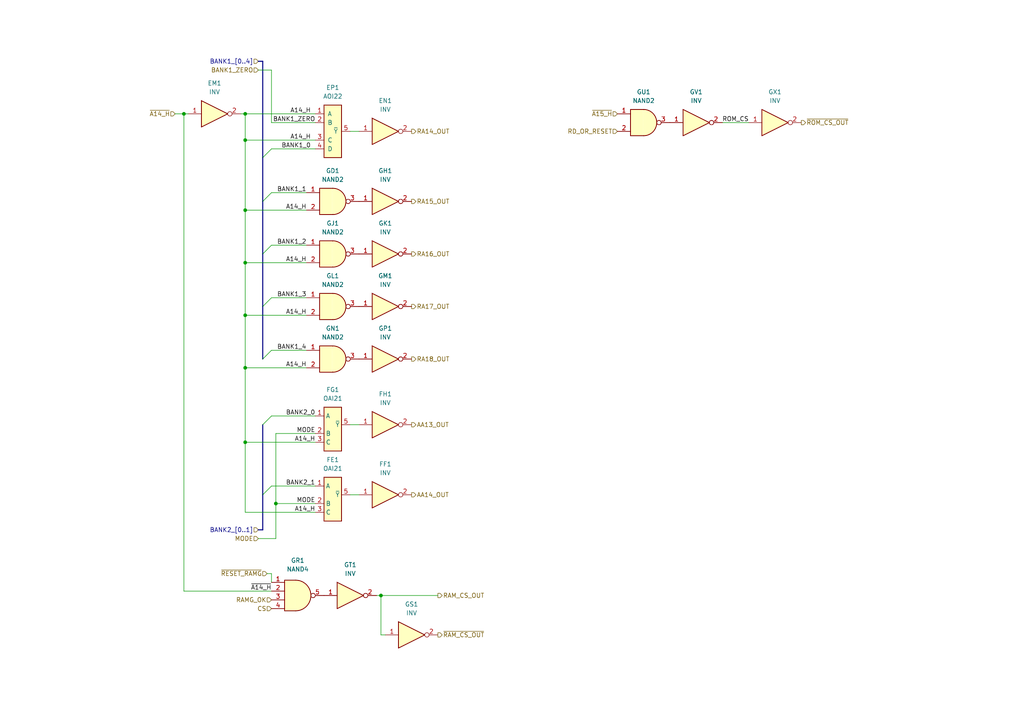
<source format=kicad_sch>
(kicad_sch (version 20211123) (generator eeschema)
  (paper "A4")
  (title_block (title "MBC1B - Addess Decoding (outputs)") (date "2022-03-13") (rev "A") (company "https://gekkio.fi") (comment 1 "https://github.com/Gekkio/gb-research"))
  (lib_symbols
    (symbol "MBC1B:AOI22" (pin_names (offset 1.016))
      (property "Reference" "U" (at 0 8.89 0))
      (property "Value" "AOI22" (at 0 -8.89 0))
      (symbol "AOI22_0_1"
        (rectangle (start -2.54 7.62) (end 2.54 -7.62) (stroke (width 0.254)) (fill (type background)))
      )
      (symbol "AOI22_1_0"
        (pin input line (at -5.08 5.08 0) (length 2.54) (name "A") (number "1"))
        (pin input line (at -5.08 2.54 0) (length 2.54) (name "B") (number "2"))
        (pin input line (at -5.08 -2.54 0) (length 2.54) (name "C") (number "3"))
        (pin input line (at -5.08 -5.08 0) (length 2.54) (name "D") (number "4"))
        (pin output line (at 5.08 0 180) (length 2.54) (name "~{Y}") (number "5"))
      )
    )
    (symbol "MBC1B:INV" (pin_names (offset 1.016) hide)
      (property "Reference" "U" (at 0 5.08 0))
      (property "Value" "INV" (at 0 -5.08 0))
      (symbol "INV_1_0"
        (polyline (pts (xy -3.81 3.81) (xy -3.81 -3.81) (xy 3.81 0) (xy -3.81 3.81)) (stroke (width 0.254)) (fill (type background)))
        (pin input line (at -7.62 0 0) (length 3.81) (name "A") (number "1"))
        (pin output inverted (at 7.62 0 180) (length 3.81) (name "Y") (number "2"))
      )
    )
    (symbol "MBC1B:NAND2" (pin_names (offset 1.016) hide)
      (property "Reference" "U" (at 0 5.08 0))
      (property "Value" "NAND2" (at 0 -5.08 0))
      (symbol "NAND2_1_1"
        (arc (start 0 -3.81) (mid 3.81 0) (end 0 3.81) (stroke (width 0.254)) (fill (type background)))
        (polyline (pts (xy 0 3.81) (xy -3.81 3.81) (xy -3.81 -3.81) (xy 0 -3.81)) (stroke (width 0.254)) (fill (type background)))
        (pin input line (at -7.62 2.54 0) (length 3.81) (name "A") (number "1"))
        (pin input line (at -7.62 -2.54 0) (length 3.81) (name "B") (number "2"))
        (pin output inverted (at 7.62 0 180) (length 3.81) (name "Y") (number "3"))
      )
    )
    (symbol "MBC1B:NAND4" (pin_names (offset 1.016) hide)
      (property "Reference" "U" (at 0 6.35 0))
      (property "Value" "NAND4" (at 0 -6.35 0))
      (symbol "NAND4_1_1"
        (arc (start -0.635 -4.445) (mid 3.81 0) (end -0.635 4.445) (stroke (width 0.254)) (fill (type background)))
        (polyline (pts (xy -0.635 4.445) (xy -3.81 4.445) (xy -3.81 -4.445) (xy -0.635 -4.445)) (stroke (width 0.254)) (fill (type background)))
        (pin input line (at -7.62 3.81 0) (length 3.81) (name "A") (number "1"))
        (pin input line (at -7.62 1.27 0) (length 3.81) (name "B") (number "2"))
        (pin input line (at -7.62 -1.27 0) (length 3.81) (name "C") (number "3"))
        (pin input line (at -7.62 -3.81 0) (length 3.81) (name "D") (number "4"))
        (pin output inverted (at 7.62 0 180) (length 3.81) (name "Y") (number "5"))
      )
    )
    (symbol "MBC1B:OAI21"
      (property "Reference" "U" (at 0 6.35 0))
      (property "Value" "OAI21" (at 0 -8.89 0))
      (symbol "OAI21_0_1"
        (rectangle (start -2.54 5.08) (end 2.54 -7.62) (stroke (width 0.254)) (fill (type background)))
      )
      (symbol "OAI21_1_0"
        (pin input line (at -5.08 2.54 0) (length 2.54) (name "A") (number "1"))
        (pin input line (at -5.08 -2.54 0) (length 2.54) (name "B") (number "2"))
        (pin input line (at -5.08 -5.08 0) (length 2.54) (name "C") (number "3"))
        (pin output line (at 5.08 0 180) (length 2.54) (name "~{Y}") (number "5"))
      )
    )
  )
  (junction (at 110.49 172.72))
  (junction (at 71.12 60.96))
  (junction (at 80.01 146.05))
  (junction (at 71.12 76.2))
  (junction (at 71.12 128.27))
  (junction (at 71.12 91.44))
  (junction (at 71.12 40.64))
  (junction (at 71.12 106.68))
  (junction (at 71.12 33.02))
  (junction (at 53.34 33.02))
  (bus_entry (at 76.2 143.51) (size 2.54 -2.54))
  (bus_entry (at 76.2 123.19) (size 2.54 -2.54))
  (bus_entry (at 76.2 73.66) (size 2.54 -2.54))
  (bus_entry (at 76.2 104.14) (size 2.54 -2.54))
  (bus_entry (at 76.2 88.9) (size 2.54 -2.54))
  (bus_entry (at 76.2 58.42) (size 2.54 -2.54))
  (bus_entry (at 76.2 45.72) (size 2.54 -2.54))
  (wire (pts (xy 78.74 120.65) (xy 91.44 120.65)))
  (bus (pts (xy 76.2 73.66) (xy 76.2 88.9)))
  (wire (pts (xy 91.44 148.59) (xy 71.12 148.59)))
  (wire (pts (xy 78.74 166.37) (xy 78.74 168.91)))
  (wire (pts (xy 101.6 38.1) (xy 104.14 38.1)))
  (wire (pts (xy 110.49 172.72) (xy 127 172.72)))
  (wire (pts (xy 71.12 76.2) (xy 71.12 91.44)))
  (wire (pts (xy 101.6 123.19) (xy 104.14 123.19)))
  (wire (pts (xy 80.01 125.73) (xy 91.44 125.73)))
  (wire (pts (xy 74.93 20.32) (xy 78.74 20.32)))
  (wire (pts (xy 80.01 125.73) (xy 80.01 146.05)))
  (wire (pts (xy 71.12 128.27) (xy 71.12 148.59)))
  (bus (pts (xy 76.2 45.72) (xy 76.2 58.42)))
  (wire (pts (xy 78.74 35.56) (xy 91.44 35.56)))
  (wire (pts (xy 53.34 33.02) (xy 54.61 33.02)))
  (wire (pts (xy 53.34 33.02) (xy 53.34 171.45)))
  (wire (pts (xy 101.6 143.51) (xy 104.14 143.51)))
  (wire (pts (xy 71.12 40.64) (xy 91.44 40.64)))
  (wire (pts (xy 71.12 106.68) (xy 71.12 128.27)))
  (wire (pts (xy 71.12 128.27) (xy 91.44 128.27)))
  (wire (pts (xy 110.49 184.15) (xy 110.49 172.72)))
  (bus (pts (xy 76.2 143.51) (xy 76.2 153.67)))
  (wire (pts (xy 71.12 106.68) (xy 71.12 91.44)))
  (wire (pts (xy 69.85 33.02) (xy 71.12 33.02)))
  (bus (pts (xy 76.2 17.78) (xy 74.93 17.78)))
  (wire (pts (xy 78.74 20.32) (xy 78.74 35.56)))
  (wire (pts (xy 80.01 146.05) (xy 91.44 146.05)))
  (wire (pts (xy 78.74 55.88) (xy 88.9 55.88)))
  (wire (pts (xy 50.8 33.02) (xy 53.34 33.02)))
  (wire (pts (xy 78.74 171.45) (xy 53.34 171.45)))
  (bus (pts (xy 76.2 45.72) (xy 76.2 17.78)))
  (bus (pts (xy 74.93 153.67) (xy 76.2 153.67)))
  (wire (pts (xy 71.12 60.96) (xy 88.9 60.96)))
  (wire (pts (xy 78.74 71.12) (xy 88.9 71.12)))
  (wire (pts (xy 78.74 43.18) (xy 91.44 43.18)))
  (wire (pts (xy 111.76 184.15) (xy 110.49 184.15)))
  (wire (pts (xy 71.12 91.44) (xy 88.9 91.44)))
  (bus (pts (xy 76.2 123.19) (xy 76.2 143.51)))
  (wire (pts (xy 71.12 76.2) (xy 71.12 60.96)))
  (wire (pts (xy 209.55 35.56) (xy 217.17 35.56)))
  (wire (pts (xy 74.93 156.21) (xy 80.01 156.21)))
  (wire (pts (xy 78.74 140.97) (xy 91.44 140.97)))
  (wire (pts (xy 71.12 40.64) (xy 71.12 33.02)))
  (wire (pts (xy 110.49 172.72) (xy 109.22 172.72)))
  (wire (pts (xy 80.01 146.05) (xy 80.01 156.21)))
  (wire (pts (xy 77.47 166.37) (xy 78.74 166.37)))
  (bus (pts (xy 76.2 88.9) (xy 76.2 104.14)))
  (bus (pts (xy 76.2 58.42) (xy 76.2 73.66)))
  (wire (pts (xy 78.74 101.6) (xy 88.9 101.6)))
  (wire (pts (xy 71.12 60.96) (xy 71.12 40.64)))
  (wire (pts (xy 71.12 76.2) (xy 88.9 76.2)))
  (wire (pts (xy 71.12 106.68) (xy 88.9 106.68)))
  (wire (pts (xy 78.74 86.36) (xy 88.9 86.36)))
  (wire (pts (xy 71.12 33.02) (xy 91.44 33.02)))
  (label "A14_H" (at 91.44 148.59 180))
  (label "A14_H" (at 90.17 33.02 180))
  (label "A14_H" (at 91.44 128.27 180))
  (label "A14_H" (at 88.9 91.44 180))
  (label "A14_H" (at 88.9 106.68 180))
  (label "~{A14_H}" (at 78.74 171.45 180))
  (label "BANK1_2" (at 88.9 71.12 180))
  (label "MODE" (at 91.44 146.05 180))
  (label "A14_H" (at 90.17 40.64 180))
  (label "BANK1_3" (at 88.9 86.36 180))
  (label "BANK2_1" (at 91.44 140.97 180))
  (label "A14_H" (at 88.9 60.96 180))
  (label "BANK1_ZERO" (at 91.44 35.56 180))
  (label "BANK2_0" (at 91.44 120.65 180))
  (label "BANK1_4" (at 88.9 101.6 180))
  (label "BANK1_0" (at 90.17 43.18 180))
  (label "ROM_CS" (at 217.17 35.56 180))
  (label "BANK1_1" (at 88.9 55.88 180))
  (label "A14_H" (at 88.9 76.2 180))
  (label "MODE" (at 91.44 125.73 180))
  (hierarchical_label "~{A14_H}" (shape input) (at 50.8 33.02 180))
  (hierarchical_label "MODE" (shape input) (at 74.93 156.21 180))
  (hierarchical_label "BANK2_[0..1]" (shape input) (at 74.93 153.67 180))
  (hierarchical_label "~{RESET_RAMG}" (shape input) (at 77.47 166.37 180))
  (hierarchical_label "RA14_OUT" (shape output) (at 119.38 38.1 0))
  (hierarchical_label "RD_OR_RESET" (shape input) (at 179.07 38.1 180))
  (hierarchical_label "CS" (shape input) (at 78.74 176.53 180))
  (hierarchical_label "RA18_OUT" (shape output) (at 119.38 104.14 0))
  (hierarchical_label "~{A15_H}" (shape input) (at 179.07 33.02 180))
  (hierarchical_label "BANK1_ZERO" (shape input) (at 74.93 20.32 180))
  (hierarchical_label "RAMG_OK" (shape input) (at 78.74 173.99 180))
  (hierarchical_label "RAM_CS_OUT" (shape output) (at 127 172.72 0))
  (hierarchical_label "AA13_OUT" (shape output) (at 119.38 123.19 0))
  (hierarchical_label "~{ROM_CS_OUT}" (shape output) (at 232.41 35.56 0))
  (hierarchical_label "BANK1_[0..4]" (shape input) (at 74.93 17.78 180))
  (hierarchical_label "AA14_OUT" (shape output) (at 119.38 143.51 0))
  (hierarchical_label "RA17_OUT" (shape output) (at 119.38 88.9 0))
  (hierarchical_label "RA15_OUT" (shape output) (at 119.38 58.42 0))
  (hierarchical_label "~{RAM_CS_OUT}" (shape output) (at 127 184.15 0))
  (hierarchical_label "RA16_OUT" (shape output) (at 119.38 73.66 0))
  (symbol (lib_id "MBC1B:OAI21") (at 96.52 123.19 0) (unit 1)
    (property "Reference" "FG1" (at 96.52 113.03 0))
    (property "Value" "OAI21" (at 96.52 115.57 0))
  )
  (symbol (lib_id "MBC1B:INV") (at 111.76 38.1 0) (unit 1)
    (property "Reference" "EN1" (at 111.76 29.21 0))
    (property "Value" "INV" (at 111.76 31.75 0))
  )
  (symbol (lib_id "MBC1B:AOI22") (at 96.52 38.1 0) (unit 1)
    (property "Reference" "EP1" (at 96.52 25.4 0))
    (property "Value" "AOI22" (at 96.52 27.94 0))
  )
  (symbol (lib_id "MBC1B:INV") (at 111.76 73.66 0) (unit 1)
    (property "Reference" "GK1" (at 111.76 64.77 0))
    (property "Value" "INV" (at 111.76 67.31 0))
  )
  (symbol (lib_id "MBC1B:NAND2") (at 186.69 35.56 0) (unit 1)
    (property "Reference" "GU1" (at 186.69 26.67 0))
    (property "Value" "NAND2" (at 186.69 29.21 0))
  )
  (symbol (lib_id "MBC1B:INV") (at 111.76 104.14 0) (unit 1)
    (property "Reference" "GP1" (at 111.76 95.25 0))
    (property "Value" "INV" (at 111.76 97.79 0))
  )
  (symbol (lib_id "MBC1B:INV") (at 224.79 35.56 0) (unit 1)
    (property "Reference" "GX1" (at 224.79 26.67 0))
    (property "Value" "INV" (at 224.79 29.21 0))
  )
  (symbol (lib_id "MBC1B:OAI21") (at 96.52 143.51 0) (unit 1)
    (property "Reference" "FE1" (at 96.52 133.35 0))
    (property "Value" "OAI21" (at 96.52 135.89 0))
  )
  (symbol (lib_id "MBC1B:INV") (at 111.76 123.19 0) (unit 1)
    (property "Reference" "FH1" (at 111.76 114.3 0))
    (property "Value" "INV" (at 111.76 116.84 0))
  )
  (symbol (lib_id "MBC1B:INV") (at 101.6 172.72 0) (unit 1)
    (property "Reference" "GT1" (at 101.6 163.83 0))
    (property "Value" "INV" (at 101.6 166.37 0))
  )
  (symbol (lib_id "MBC1B:INV") (at 111.76 143.51 0) (unit 1)
    (property "Reference" "FF1" (at 111.76 134.62 0))
    (property "Value" "INV" (at 111.76 137.16 0))
  )
  (symbol (lib_id "MBC1B:INV") (at 62.23 33.02 0) (unit 1)
    (property "Reference" "EM1" (at 62.23 24.13 0))
    (property "Value" "INV" (at 62.23 26.67 0))
  )
  (symbol (lib_id "MBC1B:NAND4") (at 86.36 172.72 0) (unit 1)
    (property "Reference" "GR1" (at 86.36 162.56 0))
    (property "Value" "NAND4" (at 86.36 165.1 0))
  )
  (symbol (lib_id "MBC1B:INV") (at 201.93 35.56 0) (unit 1)
    (property "Reference" "GV1" (at 201.93 26.67 0))
    (property "Value" "INV" (at 201.93 29.21 0))
  )
  (symbol (lib_id "MBC1B:INV") (at 111.76 88.9 0) (unit 1)
    (property "Reference" "GM1" (at 111.76 80.01 0))
    (property "Value" "INV" (at 111.76 82.55 0))
  )
  (symbol (lib_id "MBC1B:INV") (at 119.38 184.15 0) (unit 1)
    (property "Reference" "GS1" (at 119.38 175.26 0))
    (property "Value" "INV" (at 119.38 177.8 0))
  )
  (symbol (lib_id "MBC1B:INV") (at 111.76 58.42 0) (unit 1)
    (property "Reference" "GH1" (at 111.76 49.53 0))
    (property "Value" "INV" (at 111.76 52.07 0))
  )
  (symbol (lib_id "MBC1B:NAND2") (at 96.52 104.14 0) (unit 1)
    (property "Reference" "GN1" (at 96.52 95.25 0))
    (property "Value" "NAND2" (at 96.52 97.79 0))
  )
  (symbol (lib_id "MBC1B:NAND2") (at 96.52 88.9 0) (unit 1)
    (property "Reference" "GL1" (at 96.52 80.01 0))
    (property "Value" "NAND2" (at 96.52 82.55 0))
  )
  (symbol (lib_id "MBC1B:NAND2") (at 96.52 58.42 0) (unit 1)
    (property "Reference" "GD1" (at 96.52 49.53 0))
    (property "Value" "NAND2" (at 96.52 52.07 0))
  )
  (symbol (lib_id "MBC1B:NAND2") (at 96.52 73.66 0) (unit 1)
    (property "Reference" "GJ1" (at 96.52 64.77 0))
    (property "Value" "NAND2" (at 96.52 67.31 0))
  )
)
</source>
